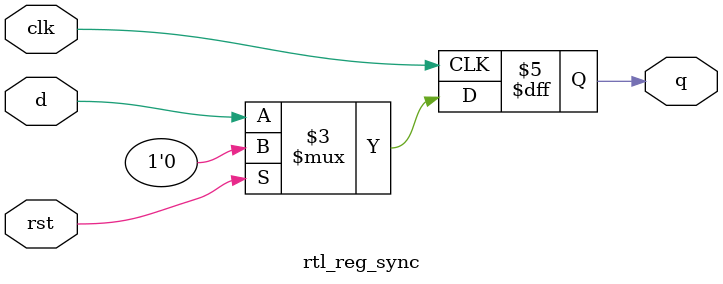
<source format=v>
module rtl_reg_sync (input d, clk, rst, output reg q);

	always @ (posedge clk)
		if (rst) begin
			q <= 0;
		end else begin
			q <= d;
		end
endmodule

</source>
